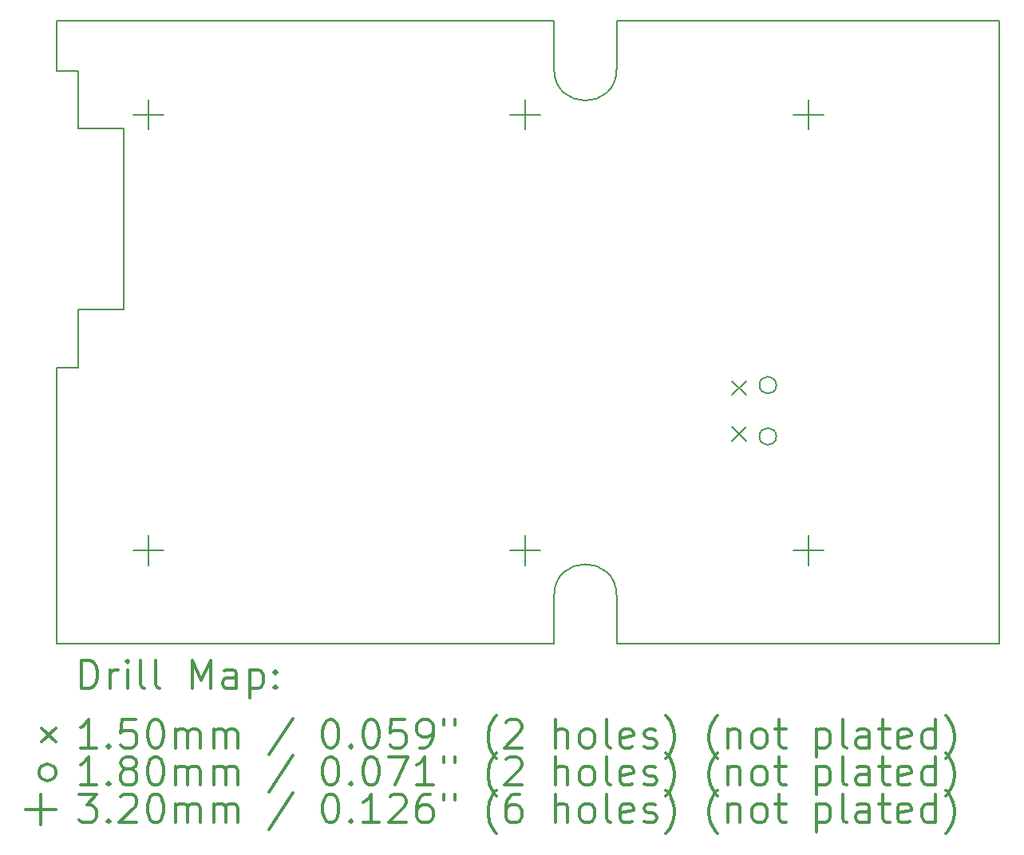
<source format=gbr>
%FSLAX45Y45*%
G04 Gerber Fmt 4.5, Leading zero omitted, Abs format (unit mm)*
G04 Created by KiCad (PCBNEW 4.0.5+dfsg1-4) date Sat Oct 15 20:35:44 2022*
%MOMM*%
%LPD*%
G01*
G04 APERTURE LIST*
%ADD10C,0.127000*%
%ADD11C,0.150000*%
%ADD12C,0.200000*%
%ADD13C,0.300000*%
G04 APERTURE END LIST*
D10*
D11*
X10972000Y-7583000D02*
X16248500Y-7583000D01*
X16248500Y-7583000D02*
X16248500Y-8097500D01*
X16248500Y-8097500D02*
G75*
G03X16911500Y-8097500I331500J0D01*
G01*
X16911500Y-8097500D02*
X16911500Y-7583000D01*
X16911500Y-7583000D02*
X20972000Y-7583000D01*
X20972000Y-7583000D02*
X20972000Y-14197000D01*
X20972000Y-14197000D02*
X16911500Y-14197000D01*
X16911500Y-14197000D02*
X16911500Y-13682500D01*
X16911500Y-13682500D02*
G75*
G03X16248500Y-13682500I-331500J0D01*
G01*
X16248500Y-13682500D02*
X16248500Y-14197000D01*
X16248500Y-14197000D02*
X10972000Y-14197000D01*
X10972000Y-14197000D02*
X10972000Y-11262900D01*
X10972000Y-11262900D02*
X11198060Y-11262900D01*
X11198060Y-11262900D02*
X11198060Y-10649890D01*
X11198060Y-10649890D02*
X11683200Y-10649890D01*
X11683200Y-10649890D02*
X11683200Y-8727110D01*
X11683200Y-8727110D02*
X11198060Y-8727110D01*
X11198060Y-8727110D02*
X11198060Y-8114100D01*
X11198060Y-8114100D02*
X10972000Y-8114100D01*
X10972000Y-8114100D02*
X10972000Y-7583000D01*
D12*
X18138300Y-11404600D02*
X18288300Y-11554600D01*
X18288300Y-11404600D02*
X18138300Y-11554600D01*
X18138300Y-11889600D02*
X18288300Y-12039600D01*
X18288300Y-11889600D02*
X18138300Y-12039600D01*
X18606300Y-11449600D02*
G75*
G03X18606300Y-11449600I-90000J0D01*
G01*
X18606300Y-11994600D02*
G75*
G03X18606300Y-11994600I-90000J0D01*
G01*
X11945000Y-8417000D02*
X11945000Y-8737000D01*
X11785000Y-8577000D02*
X12105000Y-8577000D01*
X11945000Y-13042000D02*
X11945000Y-13362000D01*
X11785000Y-13202000D02*
X12105000Y-13202000D01*
X15945000Y-8417000D02*
X15945000Y-8737000D01*
X15785000Y-8577000D02*
X16105000Y-8577000D01*
X15945000Y-13042000D02*
X15945000Y-13362000D01*
X15785000Y-13202000D02*
X16105000Y-13202000D01*
X18945000Y-8417000D02*
X18945000Y-8737000D01*
X18785000Y-8577000D02*
X19105000Y-8577000D01*
X18945000Y-13042000D02*
X18945000Y-13362000D01*
X18785000Y-13202000D02*
X19105000Y-13202000D01*
D13*
X11235928Y-14670214D02*
X11235928Y-14370214D01*
X11307357Y-14370214D01*
X11350214Y-14384500D01*
X11378786Y-14413071D01*
X11393071Y-14441643D01*
X11407357Y-14498786D01*
X11407357Y-14541643D01*
X11393071Y-14598786D01*
X11378786Y-14627357D01*
X11350214Y-14655929D01*
X11307357Y-14670214D01*
X11235928Y-14670214D01*
X11535928Y-14670214D02*
X11535928Y-14470214D01*
X11535928Y-14527357D02*
X11550214Y-14498786D01*
X11564500Y-14484500D01*
X11593071Y-14470214D01*
X11621643Y-14470214D01*
X11721643Y-14670214D02*
X11721643Y-14470214D01*
X11721643Y-14370214D02*
X11707357Y-14384500D01*
X11721643Y-14398786D01*
X11735928Y-14384500D01*
X11721643Y-14370214D01*
X11721643Y-14398786D01*
X11907357Y-14670214D02*
X11878786Y-14655929D01*
X11864500Y-14627357D01*
X11864500Y-14370214D01*
X12064500Y-14670214D02*
X12035928Y-14655929D01*
X12021643Y-14627357D01*
X12021643Y-14370214D01*
X12407357Y-14670214D02*
X12407357Y-14370214D01*
X12507357Y-14584500D01*
X12607357Y-14370214D01*
X12607357Y-14670214D01*
X12878786Y-14670214D02*
X12878786Y-14513071D01*
X12864500Y-14484500D01*
X12835928Y-14470214D01*
X12778786Y-14470214D01*
X12750214Y-14484500D01*
X12878786Y-14655929D02*
X12850214Y-14670214D01*
X12778786Y-14670214D01*
X12750214Y-14655929D01*
X12735928Y-14627357D01*
X12735928Y-14598786D01*
X12750214Y-14570214D01*
X12778786Y-14555929D01*
X12850214Y-14555929D01*
X12878786Y-14541643D01*
X13021643Y-14470214D02*
X13021643Y-14770214D01*
X13021643Y-14484500D02*
X13050214Y-14470214D01*
X13107357Y-14470214D01*
X13135928Y-14484500D01*
X13150214Y-14498786D01*
X13164500Y-14527357D01*
X13164500Y-14613071D01*
X13150214Y-14641643D01*
X13135928Y-14655929D01*
X13107357Y-14670214D01*
X13050214Y-14670214D01*
X13021643Y-14655929D01*
X13293071Y-14641643D02*
X13307357Y-14655929D01*
X13293071Y-14670214D01*
X13278786Y-14655929D01*
X13293071Y-14641643D01*
X13293071Y-14670214D01*
X13293071Y-14484500D02*
X13307357Y-14498786D01*
X13293071Y-14513071D01*
X13278786Y-14498786D01*
X13293071Y-14484500D01*
X13293071Y-14513071D01*
X10814500Y-15089500D02*
X10964500Y-15239500D01*
X10964500Y-15089500D02*
X10814500Y-15239500D01*
X11393071Y-15300214D02*
X11221643Y-15300214D01*
X11307357Y-15300214D02*
X11307357Y-15000214D01*
X11278786Y-15043071D01*
X11250214Y-15071643D01*
X11221643Y-15085929D01*
X11521643Y-15271643D02*
X11535928Y-15285929D01*
X11521643Y-15300214D01*
X11507357Y-15285929D01*
X11521643Y-15271643D01*
X11521643Y-15300214D01*
X11807357Y-15000214D02*
X11664500Y-15000214D01*
X11650214Y-15143071D01*
X11664500Y-15128786D01*
X11693071Y-15114500D01*
X11764500Y-15114500D01*
X11793071Y-15128786D01*
X11807357Y-15143071D01*
X11821643Y-15171643D01*
X11821643Y-15243071D01*
X11807357Y-15271643D01*
X11793071Y-15285929D01*
X11764500Y-15300214D01*
X11693071Y-15300214D01*
X11664500Y-15285929D01*
X11650214Y-15271643D01*
X12007357Y-15000214D02*
X12035928Y-15000214D01*
X12064500Y-15014500D01*
X12078786Y-15028786D01*
X12093071Y-15057357D01*
X12107357Y-15114500D01*
X12107357Y-15185929D01*
X12093071Y-15243071D01*
X12078786Y-15271643D01*
X12064500Y-15285929D01*
X12035928Y-15300214D01*
X12007357Y-15300214D01*
X11978786Y-15285929D01*
X11964500Y-15271643D01*
X11950214Y-15243071D01*
X11935928Y-15185929D01*
X11935928Y-15114500D01*
X11950214Y-15057357D01*
X11964500Y-15028786D01*
X11978786Y-15014500D01*
X12007357Y-15000214D01*
X12235928Y-15300214D02*
X12235928Y-15100214D01*
X12235928Y-15128786D02*
X12250214Y-15114500D01*
X12278786Y-15100214D01*
X12321643Y-15100214D01*
X12350214Y-15114500D01*
X12364500Y-15143071D01*
X12364500Y-15300214D01*
X12364500Y-15143071D02*
X12378786Y-15114500D01*
X12407357Y-15100214D01*
X12450214Y-15100214D01*
X12478786Y-15114500D01*
X12493071Y-15143071D01*
X12493071Y-15300214D01*
X12635928Y-15300214D02*
X12635928Y-15100214D01*
X12635928Y-15128786D02*
X12650214Y-15114500D01*
X12678786Y-15100214D01*
X12721643Y-15100214D01*
X12750214Y-15114500D01*
X12764500Y-15143071D01*
X12764500Y-15300214D01*
X12764500Y-15143071D02*
X12778786Y-15114500D01*
X12807357Y-15100214D01*
X12850214Y-15100214D01*
X12878786Y-15114500D01*
X12893071Y-15143071D01*
X12893071Y-15300214D01*
X13478786Y-14985929D02*
X13221643Y-15371643D01*
X13864500Y-15000214D02*
X13893071Y-15000214D01*
X13921643Y-15014500D01*
X13935928Y-15028786D01*
X13950214Y-15057357D01*
X13964500Y-15114500D01*
X13964500Y-15185929D01*
X13950214Y-15243071D01*
X13935928Y-15271643D01*
X13921643Y-15285929D01*
X13893071Y-15300214D01*
X13864500Y-15300214D01*
X13835928Y-15285929D01*
X13821643Y-15271643D01*
X13807357Y-15243071D01*
X13793071Y-15185929D01*
X13793071Y-15114500D01*
X13807357Y-15057357D01*
X13821643Y-15028786D01*
X13835928Y-15014500D01*
X13864500Y-15000214D01*
X14093071Y-15271643D02*
X14107357Y-15285929D01*
X14093071Y-15300214D01*
X14078786Y-15285929D01*
X14093071Y-15271643D01*
X14093071Y-15300214D01*
X14293071Y-15000214D02*
X14321643Y-15000214D01*
X14350214Y-15014500D01*
X14364500Y-15028786D01*
X14378785Y-15057357D01*
X14393071Y-15114500D01*
X14393071Y-15185929D01*
X14378785Y-15243071D01*
X14364500Y-15271643D01*
X14350214Y-15285929D01*
X14321643Y-15300214D01*
X14293071Y-15300214D01*
X14264500Y-15285929D01*
X14250214Y-15271643D01*
X14235928Y-15243071D01*
X14221643Y-15185929D01*
X14221643Y-15114500D01*
X14235928Y-15057357D01*
X14250214Y-15028786D01*
X14264500Y-15014500D01*
X14293071Y-15000214D01*
X14664500Y-15000214D02*
X14521643Y-15000214D01*
X14507357Y-15143071D01*
X14521643Y-15128786D01*
X14550214Y-15114500D01*
X14621643Y-15114500D01*
X14650214Y-15128786D01*
X14664500Y-15143071D01*
X14678785Y-15171643D01*
X14678785Y-15243071D01*
X14664500Y-15271643D01*
X14650214Y-15285929D01*
X14621643Y-15300214D01*
X14550214Y-15300214D01*
X14521643Y-15285929D01*
X14507357Y-15271643D01*
X14821643Y-15300214D02*
X14878785Y-15300214D01*
X14907357Y-15285929D01*
X14921643Y-15271643D01*
X14950214Y-15228786D01*
X14964500Y-15171643D01*
X14964500Y-15057357D01*
X14950214Y-15028786D01*
X14935928Y-15014500D01*
X14907357Y-15000214D01*
X14850214Y-15000214D01*
X14821643Y-15014500D01*
X14807357Y-15028786D01*
X14793071Y-15057357D01*
X14793071Y-15128786D01*
X14807357Y-15157357D01*
X14821643Y-15171643D01*
X14850214Y-15185929D01*
X14907357Y-15185929D01*
X14935928Y-15171643D01*
X14950214Y-15157357D01*
X14964500Y-15128786D01*
X15078786Y-15000214D02*
X15078786Y-15057357D01*
X15193071Y-15000214D02*
X15193071Y-15057357D01*
X15635928Y-15414500D02*
X15621643Y-15400214D01*
X15593071Y-15357357D01*
X15578785Y-15328786D01*
X15564500Y-15285929D01*
X15550214Y-15214500D01*
X15550214Y-15157357D01*
X15564500Y-15085929D01*
X15578785Y-15043071D01*
X15593071Y-15014500D01*
X15621643Y-14971643D01*
X15635928Y-14957357D01*
X15735928Y-15028786D02*
X15750214Y-15014500D01*
X15778785Y-15000214D01*
X15850214Y-15000214D01*
X15878785Y-15014500D01*
X15893071Y-15028786D01*
X15907357Y-15057357D01*
X15907357Y-15085929D01*
X15893071Y-15128786D01*
X15721643Y-15300214D01*
X15907357Y-15300214D01*
X16264500Y-15300214D02*
X16264500Y-15000214D01*
X16393071Y-15300214D02*
X16393071Y-15143071D01*
X16378785Y-15114500D01*
X16350214Y-15100214D01*
X16307357Y-15100214D01*
X16278785Y-15114500D01*
X16264500Y-15128786D01*
X16578785Y-15300214D02*
X16550214Y-15285929D01*
X16535928Y-15271643D01*
X16521643Y-15243071D01*
X16521643Y-15157357D01*
X16535928Y-15128786D01*
X16550214Y-15114500D01*
X16578785Y-15100214D01*
X16621643Y-15100214D01*
X16650214Y-15114500D01*
X16664500Y-15128786D01*
X16678785Y-15157357D01*
X16678785Y-15243071D01*
X16664500Y-15271643D01*
X16650214Y-15285929D01*
X16621643Y-15300214D01*
X16578785Y-15300214D01*
X16850214Y-15300214D02*
X16821643Y-15285929D01*
X16807357Y-15257357D01*
X16807357Y-15000214D01*
X17078786Y-15285929D02*
X17050214Y-15300214D01*
X16993071Y-15300214D01*
X16964500Y-15285929D01*
X16950214Y-15257357D01*
X16950214Y-15143071D01*
X16964500Y-15114500D01*
X16993071Y-15100214D01*
X17050214Y-15100214D01*
X17078786Y-15114500D01*
X17093071Y-15143071D01*
X17093071Y-15171643D01*
X16950214Y-15200214D01*
X17207357Y-15285929D02*
X17235929Y-15300214D01*
X17293071Y-15300214D01*
X17321643Y-15285929D01*
X17335929Y-15257357D01*
X17335929Y-15243071D01*
X17321643Y-15214500D01*
X17293071Y-15200214D01*
X17250214Y-15200214D01*
X17221643Y-15185929D01*
X17207357Y-15157357D01*
X17207357Y-15143071D01*
X17221643Y-15114500D01*
X17250214Y-15100214D01*
X17293071Y-15100214D01*
X17321643Y-15114500D01*
X17435928Y-15414500D02*
X17450214Y-15400214D01*
X17478786Y-15357357D01*
X17493071Y-15328786D01*
X17507357Y-15285929D01*
X17521643Y-15214500D01*
X17521643Y-15157357D01*
X17507357Y-15085929D01*
X17493071Y-15043071D01*
X17478786Y-15014500D01*
X17450214Y-14971643D01*
X17435928Y-14957357D01*
X17978786Y-15414500D02*
X17964500Y-15400214D01*
X17935928Y-15357357D01*
X17921643Y-15328786D01*
X17907357Y-15285929D01*
X17893071Y-15214500D01*
X17893071Y-15157357D01*
X17907357Y-15085929D01*
X17921643Y-15043071D01*
X17935928Y-15014500D01*
X17964500Y-14971643D01*
X17978786Y-14957357D01*
X18093071Y-15100214D02*
X18093071Y-15300214D01*
X18093071Y-15128786D02*
X18107357Y-15114500D01*
X18135928Y-15100214D01*
X18178786Y-15100214D01*
X18207357Y-15114500D01*
X18221643Y-15143071D01*
X18221643Y-15300214D01*
X18407357Y-15300214D02*
X18378786Y-15285929D01*
X18364500Y-15271643D01*
X18350214Y-15243071D01*
X18350214Y-15157357D01*
X18364500Y-15128786D01*
X18378786Y-15114500D01*
X18407357Y-15100214D01*
X18450214Y-15100214D01*
X18478786Y-15114500D01*
X18493071Y-15128786D01*
X18507357Y-15157357D01*
X18507357Y-15243071D01*
X18493071Y-15271643D01*
X18478786Y-15285929D01*
X18450214Y-15300214D01*
X18407357Y-15300214D01*
X18593071Y-15100214D02*
X18707357Y-15100214D01*
X18635929Y-15000214D02*
X18635929Y-15257357D01*
X18650214Y-15285929D01*
X18678786Y-15300214D01*
X18707357Y-15300214D01*
X19035929Y-15100214D02*
X19035929Y-15400214D01*
X19035929Y-15114500D02*
X19064500Y-15100214D01*
X19121643Y-15100214D01*
X19150214Y-15114500D01*
X19164500Y-15128786D01*
X19178786Y-15157357D01*
X19178786Y-15243071D01*
X19164500Y-15271643D01*
X19150214Y-15285929D01*
X19121643Y-15300214D01*
X19064500Y-15300214D01*
X19035929Y-15285929D01*
X19350214Y-15300214D02*
X19321643Y-15285929D01*
X19307357Y-15257357D01*
X19307357Y-15000214D01*
X19593071Y-15300214D02*
X19593071Y-15143071D01*
X19578786Y-15114500D01*
X19550214Y-15100214D01*
X19493071Y-15100214D01*
X19464500Y-15114500D01*
X19593071Y-15285929D02*
X19564500Y-15300214D01*
X19493071Y-15300214D01*
X19464500Y-15285929D01*
X19450214Y-15257357D01*
X19450214Y-15228786D01*
X19464500Y-15200214D01*
X19493071Y-15185929D01*
X19564500Y-15185929D01*
X19593071Y-15171643D01*
X19693071Y-15100214D02*
X19807357Y-15100214D01*
X19735929Y-15000214D02*
X19735929Y-15257357D01*
X19750214Y-15285929D01*
X19778786Y-15300214D01*
X19807357Y-15300214D01*
X20021643Y-15285929D02*
X19993072Y-15300214D01*
X19935929Y-15300214D01*
X19907357Y-15285929D01*
X19893072Y-15257357D01*
X19893072Y-15143071D01*
X19907357Y-15114500D01*
X19935929Y-15100214D01*
X19993072Y-15100214D01*
X20021643Y-15114500D01*
X20035929Y-15143071D01*
X20035929Y-15171643D01*
X19893072Y-15200214D01*
X20293072Y-15300214D02*
X20293072Y-15000214D01*
X20293072Y-15285929D02*
X20264500Y-15300214D01*
X20207357Y-15300214D01*
X20178786Y-15285929D01*
X20164500Y-15271643D01*
X20150214Y-15243071D01*
X20150214Y-15157357D01*
X20164500Y-15128786D01*
X20178786Y-15114500D01*
X20207357Y-15100214D01*
X20264500Y-15100214D01*
X20293072Y-15114500D01*
X20407357Y-15414500D02*
X20421643Y-15400214D01*
X20450214Y-15357357D01*
X20464500Y-15328786D01*
X20478786Y-15285929D01*
X20493072Y-15214500D01*
X20493072Y-15157357D01*
X20478786Y-15085929D01*
X20464500Y-15043071D01*
X20450214Y-15014500D01*
X20421643Y-14971643D01*
X20407357Y-14957357D01*
X10964500Y-15560500D02*
G75*
G03X10964500Y-15560500I-90000J0D01*
G01*
X11393071Y-15696214D02*
X11221643Y-15696214D01*
X11307357Y-15696214D02*
X11307357Y-15396214D01*
X11278786Y-15439071D01*
X11250214Y-15467643D01*
X11221643Y-15481929D01*
X11521643Y-15667643D02*
X11535928Y-15681929D01*
X11521643Y-15696214D01*
X11507357Y-15681929D01*
X11521643Y-15667643D01*
X11521643Y-15696214D01*
X11707357Y-15524786D02*
X11678786Y-15510500D01*
X11664500Y-15496214D01*
X11650214Y-15467643D01*
X11650214Y-15453357D01*
X11664500Y-15424786D01*
X11678786Y-15410500D01*
X11707357Y-15396214D01*
X11764500Y-15396214D01*
X11793071Y-15410500D01*
X11807357Y-15424786D01*
X11821643Y-15453357D01*
X11821643Y-15467643D01*
X11807357Y-15496214D01*
X11793071Y-15510500D01*
X11764500Y-15524786D01*
X11707357Y-15524786D01*
X11678786Y-15539071D01*
X11664500Y-15553357D01*
X11650214Y-15581929D01*
X11650214Y-15639071D01*
X11664500Y-15667643D01*
X11678786Y-15681929D01*
X11707357Y-15696214D01*
X11764500Y-15696214D01*
X11793071Y-15681929D01*
X11807357Y-15667643D01*
X11821643Y-15639071D01*
X11821643Y-15581929D01*
X11807357Y-15553357D01*
X11793071Y-15539071D01*
X11764500Y-15524786D01*
X12007357Y-15396214D02*
X12035928Y-15396214D01*
X12064500Y-15410500D01*
X12078786Y-15424786D01*
X12093071Y-15453357D01*
X12107357Y-15510500D01*
X12107357Y-15581929D01*
X12093071Y-15639071D01*
X12078786Y-15667643D01*
X12064500Y-15681929D01*
X12035928Y-15696214D01*
X12007357Y-15696214D01*
X11978786Y-15681929D01*
X11964500Y-15667643D01*
X11950214Y-15639071D01*
X11935928Y-15581929D01*
X11935928Y-15510500D01*
X11950214Y-15453357D01*
X11964500Y-15424786D01*
X11978786Y-15410500D01*
X12007357Y-15396214D01*
X12235928Y-15696214D02*
X12235928Y-15496214D01*
X12235928Y-15524786D02*
X12250214Y-15510500D01*
X12278786Y-15496214D01*
X12321643Y-15496214D01*
X12350214Y-15510500D01*
X12364500Y-15539071D01*
X12364500Y-15696214D01*
X12364500Y-15539071D02*
X12378786Y-15510500D01*
X12407357Y-15496214D01*
X12450214Y-15496214D01*
X12478786Y-15510500D01*
X12493071Y-15539071D01*
X12493071Y-15696214D01*
X12635928Y-15696214D02*
X12635928Y-15496214D01*
X12635928Y-15524786D02*
X12650214Y-15510500D01*
X12678786Y-15496214D01*
X12721643Y-15496214D01*
X12750214Y-15510500D01*
X12764500Y-15539071D01*
X12764500Y-15696214D01*
X12764500Y-15539071D02*
X12778786Y-15510500D01*
X12807357Y-15496214D01*
X12850214Y-15496214D01*
X12878786Y-15510500D01*
X12893071Y-15539071D01*
X12893071Y-15696214D01*
X13478786Y-15381929D02*
X13221643Y-15767643D01*
X13864500Y-15396214D02*
X13893071Y-15396214D01*
X13921643Y-15410500D01*
X13935928Y-15424786D01*
X13950214Y-15453357D01*
X13964500Y-15510500D01*
X13964500Y-15581929D01*
X13950214Y-15639071D01*
X13935928Y-15667643D01*
X13921643Y-15681929D01*
X13893071Y-15696214D01*
X13864500Y-15696214D01*
X13835928Y-15681929D01*
X13821643Y-15667643D01*
X13807357Y-15639071D01*
X13793071Y-15581929D01*
X13793071Y-15510500D01*
X13807357Y-15453357D01*
X13821643Y-15424786D01*
X13835928Y-15410500D01*
X13864500Y-15396214D01*
X14093071Y-15667643D02*
X14107357Y-15681929D01*
X14093071Y-15696214D01*
X14078786Y-15681929D01*
X14093071Y-15667643D01*
X14093071Y-15696214D01*
X14293071Y-15396214D02*
X14321643Y-15396214D01*
X14350214Y-15410500D01*
X14364500Y-15424786D01*
X14378785Y-15453357D01*
X14393071Y-15510500D01*
X14393071Y-15581929D01*
X14378785Y-15639071D01*
X14364500Y-15667643D01*
X14350214Y-15681929D01*
X14321643Y-15696214D01*
X14293071Y-15696214D01*
X14264500Y-15681929D01*
X14250214Y-15667643D01*
X14235928Y-15639071D01*
X14221643Y-15581929D01*
X14221643Y-15510500D01*
X14235928Y-15453357D01*
X14250214Y-15424786D01*
X14264500Y-15410500D01*
X14293071Y-15396214D01*
X14493071Y-15396214D02*
X14693071Y-15396214D01*
X14564500Y-15696214D01*
X14964500Y-15696214D02*
X14793071Y-15696214D01*
X14878785Y-15696214D02*
X14878785Y-15396214D01*
X14850214Y-15439071D01*
X14821643Y-15467643D01*
X14793071Y-15481929D01*
X15078786Y-15396214D02*
X15078786Y-15453357D01*
X15193071Y-15396214D02*
X15193071Y-15453357D01*
X15635928Y-15810500D02*
X15621643Y-15796214D01*
X15593071Y-15753357D01*
X15578785Y-15724786D01*
X15564500Y-15681929D01*
X15550214Y-15610500D01*
X15550214Y-15553357D01*
X15564500Y-15481929D01*
X15578785Y-15439071D01*
X15593071Y-15410500D01*
X15621643Y-15367643D01*
X15635928Y-15353357D01*
X15735928Y-15424786D02*
X15750214Y-15410500D01*
X15778785Y-15396214D01*
X15850214Y-15396214D01*
X15878785Y-15410500D01*
X15893071Y-15424786D01*
X15907357Y-15453357D01*
X15907357Y-15481929D01*
X15893071Y-15524786D01*
X15721643Y-15696214D01*
X15907357Y-15696214D01*
X16264500Y-15696214D02*
X16264500Y-15396214D01*
X16393071Y-15696214D02*
X16393071Y-15539071D01*
X16378785Y-15510500D01*
X16350214Y-15496214D01*
X16307357Y-15496214D01*
X16278785Y-15510500D01*
X16264500Y-15524786D01*
X16578785Y-15696214D02*
X16550214Y-15681929D01*
X16535928Y-15667643D01*
X16521643Y-15639071D01*
X16521643Y-15553357D01*
X16535928Y-15524786D01*
X16550214Y-15510500D01*
X16578785Y-15496214D01*
X16621643Y-15496214D01*
X16650214Y-15510500D01*
X16664500Y-15524786D01*
X16678785Y-15553357D01*
X16678785Y-15639071D01*
X16664500Y-15667643D01*
X16650214Y-15681929D01*
X16621643Y-15696214D01*
X16578785Y-15696214D01*
X16850214Y-15696214D02*
X16821643Y-15681929D01*
X16807357Y-15653357D01*
X16807357Y-15396214D01*
X17078786Y-15681929D02*
X17050214Y-15696214D01*
X16993071Y-15696214D01*
X16964500Y-15681929D01*
X16950214Y-15653357D01*
X16950214Y-15539071D01*
X16964500Y-15510500D01*
X16993071Y-15496214D01*
X17050214Y-15496214D01*
X17078786Y-15510500D01*
X17093071Y-15539071D01*
X17093071Y-15567643D01*
X16950214Y-15596214D01*
X17207357Y-15681929D02*
X17235929Y-15696214D01*
X17293071Y-15696214D01*
X17321643Y-15681929D01*
X17335929Y-15653357D01*
X17335929Y-15639071D01*
X17321643Y-15610500D01*
X17293071Y-15596214D01*
X17250214Y-15596214D01*
X17221643Y-15581929D01*
X17207357Y-15553357D01*
X17207357Y-15539071D01*
X17221643Y-15510500D01*
X17250214Y-15496214D01*
X17293071Y-15496214D01*
X17321643Y-15510500D01*
X17435928Y-15810500D02*
X17450214Y-15796214D01*
X17478786Y-15753357D01*
X17493071Y-15724786D01*
X17507357Y-15681929D01*
X17521643Y-15610500D01*
X17521643Y-15553357D01*
X17507357Y-15481929D01*
X17493071Y-15439071D01*
X17478786Y-15410500D01*
X17450214Y-15367643D01*
X17435928Y-15353357D01*
X17978786Y-15810500D02*
X17964500Y-15796214D01*
X17935928Y-15753357D01*
X17921643Y-15724786D01*
X17907357Y-15681929D01*
X17893071Y-15610500D01*
X17893071Y-15553357D01*
X17907357Y-15481929D01*
X17921643Y-15439071D01*
X17935928Y-15410500D01*
X17964500Y-15367643D01*
X17978786Y-15353357D01*
X18093071Y-15496214D02*
X18093071Y-15696214D01*
X18093071Y-15524786D02*
X18107357Y-15510500D01*
X18135928Y-15496214D01*
X18178786Y-15496214D01*
X18207357Y-15510500D01*
X18221643Y-15539071D01*
X18221643Y-15696214D01*
X18407357Y-15696214D02*
X18378786Y-15681929D01*
X18364500Y-15667643D01*
X18350214Y-15639071D01*
X18350214Y-15553357D01*
X18364500Y-15524786D01*
X18378786Y-15510500D01*
X18407357Y-15496214D01*
X18450214Y-15496214D01*
X18478786Y-15510500D01*
X18493071Y-15524786D01*
X18507357Y-15553357D01*
X18507357Y-15639071D01*
X18493071Y-15667643D01*
X18478786Y-15681929D01*
X18450214Y-15696214D01*
X18407357Y-15696214D01*
X18593071Y-15496214D02*
X18707357Y-15496214D01*
X18635929Y-15396214D02*
X18635929Y-15653357D01*
X18650214Y-15681929D01*
X18678786Y-15696214D01*
X18707357Y-15696214D01*
X19035929Y-15496214D02*
X19035929Y-15796214D01*
X19035929Y-15510500D02*
X19064500Y-15496214D01*
X19121643Y-15496214D01*
X19150214Y-15510500D01*
X19164500Y-15524786D01*
X19178786Y-15553357D01*
X19178786Y-15639071D01*
X19164500Y-15667643D01*
X19150214Y-15681929D01*
X19121643Y-15696214D01*
X19064500Y-15696214D01*
X19035929Y-15681929D01*
X19350214Y-15696214D02*
X19321643Y-15681929D01*
X19307357Y-15653357D01*
X19307357Y-15396214D01*
X19593071Y-15696214D02*
X19593071Y-15539071D01*
X19578786Y-15510500D01*
X19550214Y-15496214D01*
X19493071Y-15496214D01*
X19464500Y-15510500D01*
X19593071Y-15681929D02*
X19564500Y-15696214D01*
X19493071Y-15696214D01*
X19464500Y-15681929D01*
X19450214Y-15653357D01*
X19450214Y-15624786D01*
X19464500Y-15596214D01*
X19493071Y-15581929D01*
X19564500Y-15581929D01*
X19593071Y-15567643D01*
X19693071Y-15496214D02*
X19807357Y-15496214D01*
X19735929Y-15396214D02*
X19735929Y-15653357D01*
X19750214Y-15681929D01*
X19778786Y-15696214D01*
X19807357Y-15696214D01*
X20021643Y-15681929D02*
X19993072Y-15696214D01*
X19935929Y-15696214D01*
X19907357Y-15681929D01*
X19893072Y-15653357D01*
X19893072Y-15539071D01*
X19907357Y-15510500D01*
X19935929Y-15496214D01*
X19993072Y-15496214D01*
X20021643Y-15510500D01*
X20035929Y-15539071D01*
X20035929Y-15567643D01*
X19893072Y-15596214D01*
X20293072Y-15696214D02*
X20293072Y-15396214D01*
X20293072Y-15681929D02*
X20264500Y-15696214D01*
X20207357Y-15696214D01*
X20178786Y-15681929D01*
X20164500Y-15667643D01*
X20150214Y-15639071D01*
X20150214Y-15553357D01*
X20164500Y-15524786D01*
X20178786Y-15510500D01*
X20207357Y-15496214D01*
X20264500Y-15496214D01*
X20293072Y-15510500D01*
X20407357Y-15810500D02*
X20421643Y-15796214D01*
X20450214Y-15753357D01*
X20464500Y-15724786D01*
X20478786Y-15681929D01*
X20493072Y-15610500D01*
X20493072Y-15553357D01*
X20478786Y-15481929D01*
X20464500Y-15439071D01*
X20450214Y-15410500D01*
X20421643Y-15367643D01*
X20407357Y-15353357D01*
X10804500Y-15796500D02*
X10804500Y-16116500D01*
X10644500Y-15956500D02*
X10964500Y-15956500D01*
X11207357Y-15792214D02*
X11393071Y-15792214D01*
X11293071Y-15906500D01*
X11335928Y-15906500D01*
X11364500Y-15920786D01*
X11378786Y-15935071D01*
X11393071Y-15963643D01*
X11393071Y-16035071D01*
X11378786Y-16063643D01*
X11364500Y-16077929D01*
X11335928Y-16092214D01*
X11250214Y-16092214D01*
X11221643Y-16077929D01*
X11207357Y-16063643D01*
X11521643Y-16063643D02*
X11535928Y-16077929D01*
X11521643Y-16092214D01*
X11507357Y-16077929D01*
X11521643Y-16063643D01*
X11521643Y-16092214D01*
X11650214Y-15820786D02*
X11664500Y-15806500D01*
X11693071Y-15792214D01*
X11764500Y-15792214D01*
X11793071Y-15806500D01*
X11807357Y-15820786D01*
X11821643Y-15849357D01*
X11821643Y-15877929D01*
X11807357Y-15920786D01*
X11635928Y-16092214D01*
X11821643Y-16092214D01*
X12007357Y-15792214D02*
X12035928Y-15792214D01*
X12064500Y-15806500D01*
X12078786Y-15820786D01*
X12093071Y-15849357D01*
X12107357Y-15906500D01*
X12107357Y-15977929D01*
X12093071Y-16035071D01*
X12078786Y-16063643D01*
X12064500Y-16077929D01*
X12035928Y-16092214D01*
X12007357Y-16092214D01*
X11978786Y-16077929D01*
X11964500Y-16063643D01*
X11950214Y-16035071D01*
X11935928Y-15977929D01*
X11935928Y-15906500D01*
X11950214Y-15849357D01*
X11964500Y-15820786D01*
X11978786Y-15806500D01*
X12007357Y-15792214D01*
X12235928Y-16092214D02*
X12235928Y-15892214D01*
X12235928Y-15920786D02*
X12250214Y-15906500D01*
X12278786Y-15892214D01*
X12321643Y-15892214D01*
X12350214Y-15906500D01*
X12364500Y-15935071D01*
X12364500Y-16092214D01*
X12364500Y-15935071D02*
X12378786Y-15906500D01*
X12407357Y-15892214D01*
X12450214Y-15892214D01*
X12478786Y-15906500D01*
X12493071Y-15935071D01*
X12493071Y-16092214D01*
X12635928Y-16092214D02*
X12635928Y-15892214D01*
X12635928Y-15920786D02*
X12650214Y-15906500D01*
X12678786Y-15892214D01*
X12721643Y-15892214D01*
X12750214Y-15906500D01*
X12764500Y-15935071D01*
X12764500Y-16092214D01*
X12764500Y-15935071D02*
X12778786Y-15906500D01*
X12807357Y-15892214D01*
X12850214Y-15892214D01*
X12878786Y-15906500D01*
X12893071Y-15935071D01*
X12893071Y-16092214D01*
X13478786Y-15777929D02*
X13221643Y-16163643D01*
X13864500Y-15792214D02*
X13893071Y-15792214D01*
X13921643Y-15806500D01*
X13935928Y-15820786D01*
X13950214Y-15849357D01*
X13964500Y-15906500D01*
X13964500Y-15977929D01*
X13950214Y-16035071D01*
X13935928Y-16063643D01*
X13921643Y-16077929D01*
X13893071Y-16092214D01*
X13864500Y-16092214D01*
X13835928Y-16077929D01*
X13821643Y-16063643D01*
X13807357Y-16035071D01*
X13793071Y-15977929D01*
X13793071Y-15906500D01*
X13807357Y-15849357D01*
X13821643Y-15820786D01*
X13835928Y-15806500D01*
X13864500Y-15792214D01*
X14093071Y-16063643D02*
X14107357Y-16077929D01*
X14093071Y-16092214D01*
X14078786Y-16077929D01*
X14093071Y-16063643D01*
X14093071Y-16092214D01*
X14393071Y-16092214D02*
X14221643Y-16092214D01*
X14307357Y-16092214D02*
X14307357Y-15792214D01*
X14278785Y-15835071D01*
X14250214Y-15863643D01*
X14221643Y-15877929D01*
X14507357Y-15820786D02*
X14521643Y-15806500D01*
X14550214Y-15792214D01*
X14621643Y-15792214D01*
X14650214Y-15806500D01*
X14664500Y-15820786D01*
X14678785Y-15849357D01*
X14678785Y-15877929D01*
X14664500Y-15920786D01*
X14493071Y-16092214D01*
X14678785Y-16092214D01*
X14935928Y-15792214D02*
X14878785Y-15792214D01*
X14850214Y-15806500D01*
X14835928Y-15820786D01*
X14807357Y-15863643D01*
X14793071Y-15920786D01*
X14793071Y-16035071D01*
X14807357Y-16063643D01*
X14821643Y-16077929D01*
X14850214Y-16092214D01*
X14907357Y-16092214D01*
X14935928Y-16077929D01*
X14950214Y-16063643D01*
X14964500Y-16035071D01*
X14964500Y-15963643D01*
X14950214Y-15935071D01*
X14935928Y-15920786D01*
X14907357Y-15906500D01*
X14850214Y-15906500D01*
X14821643Y-15920786D01*
X14807357Y-15935071D01*
X14793071Y-15963643D01*
X15078786Y-15792214D02*
X15078786Y-15849357D01*
X15193071Y-15792214D02*
X15193071Y-15849357D01*
X15635928Y-16206500D02*
X15621643Y-16192214D01*
X15593071Y-16149357D01*
X15578785Y-16120786D01*
X15564500Y-16077929D01*
X15550214Y-16006500D01*
X15550214Y-15949357D01*
X15564500Y-15877929D01*
X15578785Y-15835071D01*
X15593071Y-15806500D01*
X15621643Y-15763643D01*
X15635928Y-15749357D01*
X15878785Y-15792214D02*
X15821643Y-15792214D01*
X15793071Y-15806500D01*
X15778785Y-15820786D01*
X15750214Y-15863643D01*
X15735928Y-15920786D01*
X15735928Y-16035071D01*
X15750214Y-16063643D01*
X15764500Y-16077929D01*
X15793071Y-16092214D01*
X15850214Y-16092214D01*
X15878785Y-16077929D01*
X15893071Y-16063643D01*
X15907357Y-16035071D01*
X15907357Y-15963643D01*
X15893071Y-15935071D01*
X15878785Y-15920786D01*
X15850214Y-15906500D01*
X15793071Y-15906500D01*
X15764500Y-15920786D01*
X15750214Y-15935071D01*
X15735928Y-15963643D01*
X16264500Y-16092214D02*
X16264500Y-15792214D01*
X16393071Y-16092214D02*
X16393071Y-15935071D01*
X16378785Y-15906500D01*
X16350214Y-15892214D01*
X16307357Y-15892214D01*
X16278785Y-15906500D01*
X16264500Y-15920786D01*
X16578785Y-16092214D02*
X16550214Y-16077929D01*
X16535928Y-16063643D01*
X16521643Y-16035071D01*
X16521643Y-15949357D01*
X16535928Y-15920786D01*
X16550214Y-15906500D01*
X16578785Y-15892214D01*
X16621643Y-15892214D01*
X16650214Y-15906500D01*
X16664500Y-15920786D01*
X16678785Y-15949357D01*
X16678785Y-16035071D01*
X16664500Y-16063643D01*
X16650214Y-16077929D01*
X16621643Y-16092214D01*
X16578785Y-16092214D01*
X16850214Y-16092214D02*
X16821643Y-16077929D01*
X16807357Y-16049357D01*
X16807357Y-15792214D01*
X17078786Y-16077929D02*
X17050214Y-16092214D01*
X16993071Y-16092214D01*
X16964500Y-16077929D01*
X16950214Y-16049357D01*
X16950214Y-15935071D01*
X16964500Y-15906500D01*
X16993071Y-15892214D01*
X17050214Y-15892214D01*
X17078786Y-15906500D01*
X17093071Y-15935071D01*
X17093071Y-15963643D01*
X16950214Y-15992214D01*
X17207357Y-16077929D02*
X17235929Y-16092214D01*
X17293071Y-16092214D01*
X17321643Y-16077929D01*
X17335929Y-16049357D01*
X17335929Y-16035071D01*
X17321643Y-16006500D01*
X17293071Y-15992214D01*
X17250214Y-15992214D01*
X17221643Y-15977929D01*
X17207357Y-15949357D01*
X17207357Y-15935071D01*
X17221643Y-15906500D01*
X17250214Y-15892214D01*
X17293071Y-15892214D01*
X17321643Y-15906500D01*
X17435928Y-16206500D02*
X17450214Y-16192214D01*
X17478786Y-16149357D01*
X17493071Y-16120786D01*
X17507357Y-16077929D01*
X17521643Y-16006500D01*
X17521643Y-15949357D01*
X17507357Y-15877929D01*
X17493071Y-15835071D01*
X17478786Y-15806500D01*
X17450214Y-15763643D01*
X17435928Y-15749357D01*
X17978786Y-16206500D02*
X17964500Y-16192214D01*
X17935928Y-16149357D01*
X17921643Y-16120786D01*
X17907357Y-16077929D01*
X17893071Y-16006500D01*
X17893071Y-15949357D01*
X17907357Y-15877929D01*
X17921643Y-15835071D01*
X17935928Y-15806500D01*
X17964500Y-15763643D01*
X17978786Y-15749357D01*
X18093071Y-15892214D02*
X18093071Y-16092214D01*
X18093071Y-15920786D02*
X18107357Y-15906500D01*
X18135928Y-15892214D01*
X18178786Y-15892214D01*
X18207357Y-15906500D01*
X18221643Y-15935071D01*
X18221643Y-16092214D01*
X18407357Y-16092214D02*
X18378786Y-16077929D01*
X18364500Y-16063643D01*
X18350214Y-16035071D01*
X18350214Y-15949357D01*
X18364500Y-15920786D01*
X18378786Y-15906500D01*
X18407357Y-15892214D01*
X18450214Y-15892214D01*
X18478786Y-15906500D01*
X18493071Y-15920786D01*
X18507357Y-15949357D01*
X18507357Y-16035071D01*
X18493071Y-16063643D01*
X18478786Y-16077929D01*
X18450214Y-16092214D01*
X18407357Y-16092214D01*
X18593071Y-15892214D02*
X18707357Y-15892214D01*
X18635929Y-15792214D02*
X18635929Y-16049357D01*
X18650214Y-16077929D01*
X18678786Y-16092214D01*
X18707357Y-16092214D01*
X19035929Y-15892214D02*
X19035929Y-16192214D01*
X19035929Y-15906500D02*
X19064500Y-15892214D01*
X19121643Y-15892214D01*
X19150214Y-15906500D01*
X19164500Y-15920786D01*
X19178786Y-15949357D01*
X19178786Y-16035071D01*
X19164500Y-16063643D01*
X19150214Y-16077929D01*
X19121643Y-16092214D01*
X19064500Y-16092214D01*
X19035929Y-16077929D01*
X19350214Y-16092214D02*
X19321643Y-16077929D01*
X19307357Y-16049357D01*
X19307357Y-15792214D01*
X19593071Y-16092214D02*
X19593071Y-15935071D01*
X19578786Y-15906500D01*
X19550214Y-15892214D01*
X19493071Y-15892214D01*
X19464500Y-15906500D01*
X19593071Y-16077929D02*
X19564500Y-16092214D01*
X19493071Y-16092214D01*
X19464500Y-16077929D01*
X19450214Y-16049357D01*
X19450214Y-16020786D01*
X19464500Y-15992214D01*
X19493071Y-15977929D01*
X19564500Y-15977929D01*
X19593071Y-15963643D01*
X19693071Y-15892214D02*
X19807357Y-15892214D01*
X19735929Y-15792214D02*
X19735929Y-16049357D01*
X19750214Y-16077929D01*
X19778786Y-16092214D01*
X19807357Y-16092214D01*
X20021643Y-16077929D02*
X19993072Y-16092214D01*
X19935929Y-16092214D01*
X19907357Y-16077929D01*
X19893072Y-16049357D01*
X19893072Y-15935071D01*
X19907357Y-15906500D01*
X19935929Y-15892214D01*
X19993072Y-15892214D01*
X20021643Y-15906500D01*
X20035929Y-15935071D01*
X20035929Y-15963643D01*
X19893072Y-15992214D01*
X20293072Y-16092214D02*
X20293072Y-15792214D01*
X20293072Y-16077929D02*
X20264500Y-16092214D01*
X20207357Y-16092214D01*
X20178786Y-16077929D01*
X20164500Y-16063643D01*
X20150214Y-16035071D01*
X20150214Y-15949357D01*
X20164500Y-15920786D01*
X20178786Y-15906500D01*
X20207357Y-15892214D01*
X20264500Y-15892214D01*
X20293072Y-15906500D01*
X20407357Y-16206500D02*
X20421643Y-16192214D01*
X20450214Y-16149357D01*
X20464500Y-16120786D01*
X20478786Y-16077929D01*
X20493072Y-16006500D01*
X20493072Y-15949357D01*
X20478786Y-15877929D01*
X20464500Y-15835071D01*
X20450214Y-15806500D01*
X20421643Y-15763643D01*
X20407357Y-15749357D01*
M02*

</source>
